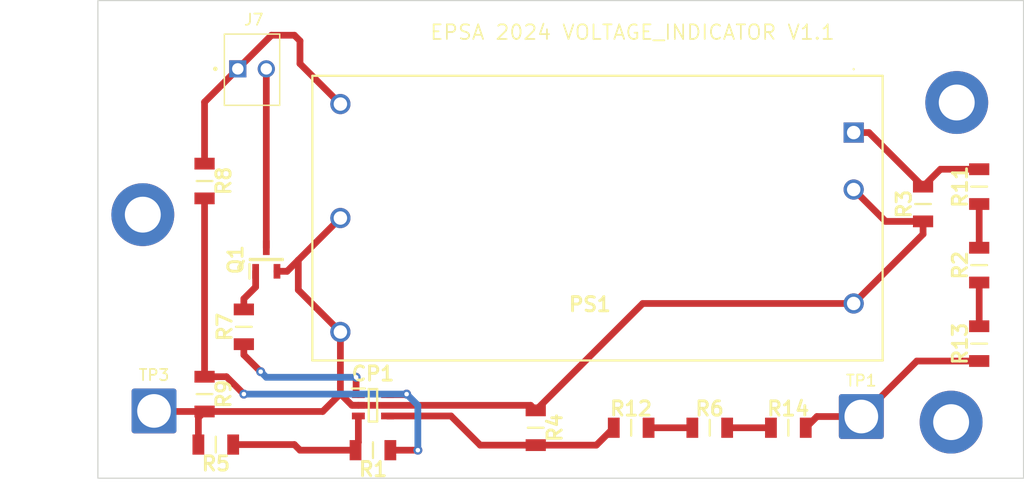
<source format=kicad_pcb>
(kicad_pcb (version 20240108) (generator "pcbnew") (generator_version "8.0")
  (layers (0 "F.Cu" signal) (31 "B.Cu" signal) (34 "B.Paste" user) (35 "F.Paste" user) (36 "B.SilkS" user "B.Silkscreen") (37 "F.SilkS" user "F.Silkscreen") (38 "B.Mask" user) (39 "F.Mask" user) (44 "Edge.Cuts" user))
  (net 0 "")
  (net 1 "Net-(CP1-OUT)")
  (net 2 "0")
  (net 3 "Net-(CP1-IN-)")
  (net 4 "Net-(CP1-IN+)")
  (net 5 "5V")
  (net 6 "/150V")
  (net 7 "12V")
  (net 8 "Net-(Q1-Pad1)")
  (net 9 "LED-")
  (net 10 "HV+")
  (net 11 "Net-(R11-Pad1)")
  (net 12 "Net-(R12-Pad2)")
  (net 13 "Net-(R13-Pad2)")
  (net 14 "Net-(R14-Pad1)")
  (footprint "EPSA_lib:RESC3216X70N" (layer "F.Cu") (at 150.5 126)
    (property "Reference" "R14" (at -0.011901 -1.701971 0) (layer "F.SilkS") (effects (font (size 1.27 1.27) (thickness 0.254))))
    (property "Value" "390k" (hide yes))
    (fp_line (start 0 -0.7) (end 0 0.7) (stroke (width 0.2)) (layer "F.SilkS"))
    (pad "1" smd rect (at -1.55 0) (size 1.05 1.8) (layers "F.Cu" "F.Paste" "F.Mask") (net 14 "Net-(R14-Pad1)"))
    (pad "2" smd rect (at 1.55 0) (size 1.05 1.8) (layers "F.Cu" "F.Paste" "F.Mask") (net 10 "HV+"))
  )
  (footprint "EPSA_lib:RESC3216X70N" (layer "F.Cu") (at 113.5 128 180)
    (property "Reference" "R1" (at -0.011901 -1.701971 180) (layer "F.SilkS") (effects (font (size 1.27 1.27) (thickness 0.254))))
    (property "Value" "18k" (hide yes))
    (fp_line (start 0 -0.7) (end 0 0.7) (stroke (width 0.2)) (layer "F.SilkS"))
    (pad "1" smd rect (at -1.55 0 180) (size 1.05 1.8) (layers "F.Cu" "F.Paste" "F.Mask") (net 5 "5V"))
    (pad "2" smd rect (at 1.55 0 180) (size 1.05 1.8) (layers "F.Cu" "F.Paste" "F.Mask") (net 3 "Net-(CP1-IN-)"))
  )
  (footprint "EPSA_lib:RESC3216X70N" (layer "F.Cu") (at 167.5 118.5 90)
    (property "Reference" "R13" (at -0.011901 -1.701971 270) (layer "F.SilkS") (effects (font (size 1.27 1.27) (thickness 0.254))))
    (property "Value" "390k" (hide yes))
    (fp_line (start 0 -0.7) (end 0 0.7) (stroke (width 0.2)) (layer "F.SilkS"))
    (pad "1" smd rect (at -1.55 0 90) (size 1.05 1.8) (layers "F.Cu" "F.Paste" "F.Mask") (net 10 "HV+"))
    (pad "2" smd rect (at 1.55 0 90) (size 1.05 1.8) (layers "F.Cu" "F.Paste" "F.Mask") (net 13 "Net-(R13-Pad2)"))
  )
  (footprint "EPSA_lib:MOLEX_22-11-2022" (layer "F.Cu") (at 101.46 94)
    (property "Reference" "J7" (at 1.425 -4.385 360) (layer "F.SilkS"))
    (property "Value" "2P Droit 2-11-2022")
    (fp_line (start -1.195 -3.1) (end 3.735 -3.1) (stroke (width 0.127)) (layer "F.SilkS"))
    (fp_line (start -1.195 3.25) (end -1.195 -3.1) (stroke (width 0.127)) (layer "F.SilkS"))
    (fp_line (start 3.735 -3.1) (end 3.735 3.25) (stroke (width 0.127)) (layer "F.SilkS"))
    (fp_line (start 3.735 3.25) (end -1.195 3.25) (stroke (width 0.127)) (layer "F.SilkS"))
    (fp_circle (center -2 0) (end -1.9 0) (stroke (width 0.2)) (fill none) (layer "F.SilkS"))
    (pad "1" thru_hole rect (at 0 0) (size 1.53 1.53) (drill 1.02) (layers "*.Cu" "*.Mask") (net 7 "12V"))
    (pad "2" thru_hole circle (at 2.54 0) (size 1.53 1.53) (drill 1.02) (layers "*.Cu" "*.Mask") (net 9 "LED-"))
  )
  (footprint "EPSA_lib:RESC3216X70N" (layer "F.Cu") (at 167.5 111.5 90)
    (property "Reference" "R2" (at -0.011901 -1.701971 270) (layer "F.SilkS") (effects (font (size 1.27 1.27) (thickness 0.254))))
    (property "Value" "390k" (hide yes))
    (fp_line (start 0 -0.7) (end 0 0.7) (stroke (width 0.2)) (layer "F.SilkS"))
    (pad "1" smd rect (at -1.55 0 90) (size 1.05 1.8) (layers "F.Cu" "F.Paste" "F.Mask") (net 13 "Net-(R13-Pad2)"))
    (pad "2" smd rect (at 1.55 0 90) (size 1.05 1.8) (layers "F.Cu" "F.Paste" "F.Mask") (net 11 "Net-(R11-Pad1)"))
  )
  (footprint "EPSA_lib:RESC3216X70N" (layer "F.Cu") (at 136.5 126)
    (property "Reference" "R12" (at -0.011901 -1.701971 0) (layer "F.SilkS") (effects (font (size 1.27 1.27) (thickness 0.254))))
    (property "Value" "390k" (hide yes))
    (fp_line (start 0 -0.7) (end 0 0.7) (stroke (width 0.2)) (layer "F.SilkS"))
    (pad "1" smd rect (at -1.55 0) (size 1.05 1.8) (layers "F.Cu" "F.Paste" "F.Mask") (net 4 "Net-(CP1-IN+)"))
    (pad "2" smd rect (at 1.55 0) (size 1.05 1.8) (layers "F.Cu" "F.Paste" "F.Mask") (net 12 "Net-(R12-Pad2)"))
  )
  (footprint "EPSA_lib:EC7BW1872S12" (layer "F.Cu") (at 140.82 130.18 180)
    (property "Reference" "PS1" (at 8 15.18 180) (layer "F.SilkS") (effects (font (size 1.27 1.27) (thickness 0.254))))
    (property "Value" "Alim HP EC7BW18-72S12" (hide yes))
    (fp_line (start 32.72 35.56) (end 32.72 10.18) (stroke (width 0.2)) (layer "F.SilkS"))
    (fp_line (start 32.72 10.18) (end -18.08 10.18) (stroke (width 0.2)) (layer "F.SilkS"))
    (fp_line (start -15.5 36.2) (end -15.5 36.2) (stroke (width 0.1)) (layer "F.SilkS"))
    (fp_line (start -15.5 36.1) (end -15.5 36.1) (stroke (width 0.1)) (layer "F.SilkS"))
    (fp_line (start -18.08 35.56) (end 32.72 35.56) (stroke (width 0.2)) (layer "F.SilkS"))
    (fp_line (start -18.08 10.18) (end -18.08 35.56) (stroke (width 0.2)) (layer "F.SilkS"))
    (fp_arc (start -15.5 36.2) (mid -15.55 36.15) (end -15.5 36.1) (stroke (width 0.1)) (layer "F.SilkS"))
    (fp_arc (start -15.5 36.1) (mid -15.45 36.15) (end -15.5 36.2) (stroke (width 0.1)) (layer "F.SilkS"))
    (pad "1" thru_hole rect (at -15.5 30.5 270) (size 1.8 1.8) (drill 1.2) (layers "*.Cu" "*.Mask") (net 6 "/150V"))
    (pad "2" thru_hole circle (at -15.5 25.42 270) (size 1.8 1.8) (drill 1.2) (layers "*.Cu" "*.Mask") (net 2 "0"))
    (pad "3" thru_hole circle (at 30.22 33.04 270) (size 1.8 1.8) (drill 1.2) (layers "*.Cu" "*.Mask") (net 7 "12V"))
    (pad "4" thru_hole circle (at 30.22 12.72 270) (size 1.8 1.8) (drill 1.2) (layers "*.Cu" "*.Mask") (net 2 "0"))
    (pad "5" thru_hole circle (at 30.22 22.88 270) (size 1.8 1.8) (drill 1.2) (layers "*.Cu" "*.Mask") (net 2 "0"))
    (pad "6" thru_hole circle (at -15.5 15.26 270) (size 1.8 1.8) (drill 1.2) (layers "*.Cu" "*.Mask") (net 2 "0"))
  )
  (footprint "EPSA_lib:RESC3216X70N" (layer "F.Cu") (at 162.5 106.05 90)
    (property "Reference" "R3" (at -0.011901 -1.701971 270) (layer "F.SilkS") (effects (font (size 1.27 1.27) (thickness 0.254))))
    (property "Value" "390k" (hide yes))
    (fp_line (start 0 -0.7) (end 0 0.7) (stroke (width 0.2)) (layer "F.SilkS"))
    (pad "1" smd rect (at -1.55 0 90) (size 1.05 1.8) (layers "F.Cu" "F.Paste" "F.Mask") (net 2 "0"))
    (pad "2" smd rect (at 1.55 0 90) (size 1.05 1.8) (layers "F.Cu" "F.Paste" "F.Mask") (net 6 "/150V"))
  )
  (footprint "EPSA_lib:RESC3216X70N" (layer "F.Cu") (at 98.5 104 -90)
    (property "Reference" "R8" (at -0.011901 -1.701971 90) (layer "F.SilkS") (effects (font (size 1.27 1.27) (thickness 0.254))))
    (property "Value" "5k6" (hide yes))
    (fp_line (start 0 -0.7) (end 0 0.7) (stroke (width 0.2)) (layer "F.SilkS"))
    (pad "1" smd rect (at -1.55 0 270) (size 1.05 1.8) (layers "F.Cu" "F.Paste" "F.Mask") (net 7 "12V"))
    (pad "2" smd rect (at 1.55 0 270) (size 1.05 1.8) (layers "F.Cu" "F.Paste" "F.Mask") (net 5 "5V"))
  )
  (footprint "" (layer "F.Cu") (at 93 107)
    (property "Reference" "" (at 0 0 0) (layer "F.SilkS") (effects (font (size 1.27 1.27))))
    (property "Value" "" (at 0 0 0) (layer "F.SilkS") (effects (font (size 1.27 1.27))))
    (pad "1" thru_hole circle (at 0 0) (size 5.6 5.6) (drill 3.2) (layers "*.Cu" "*.Mask"))
  )
  (footprint "EPSA_lib:SOT95P237X112-3N" (layer "F.Cu") (at 104 111 90)
    (property "Reference" "Q1" (at -0.013584 -2.730562 270) (layer "F.SilkS") (effects (font (size 1.27 1.27) (thickness 0.254))))
    (property "Value" "NMOS SQ2348ES-T1_GE3" (hide yes))
    (fp_line (start -1.7 -1.5) (end -0.4 -1.5) (stroke (width 0.2)) (layer "F.SilkS"))
    (fp_line (start 0.05 -1.46) (end 0.05 1.46) (stroke (width 0.2)) (layer "F.SilkS"))
    (fp_line (start -0.05 -1.46) (end 0.05 -1.46) (stroke (width 0.2)) (layer "F.SilkS"))
    (fp_line (start 0.05 1.46) (end -0.05 1.46) (stroke (width 0.2)) (layer "F.SilkS"))
    (fp_line (start -0.05 1.46) (end -0.05 -1.46) (stroke (width 0.2)) (layer "F.SilkS"))
    (pad "1" smd rect (at -1.05 -0.95 180) (size 0.6 1.3) (layers "F.Cu" "F.Paste" "F.Mask") (net 8 "Net-(Q1-Pad1)"))
    (pad "2" smd rect (at -1.05 0.95 180) (size 0.6 1.3) (layers "F.Cu" "F.Paste" "F.Mask") (net 2 "0"))
    (pad "3" smd rect (at 1.05 0 180) (size 0.6 1.3) (layers "F.Cu" "F.Paste" "F.Mask") (net 9 "LED-"))
  )
  (footprint "EPSA_lib:RESC3216X70N" (layer "F.Cu") (at 128 126 -90)
    (property "Reference" "R4" (at -0.011901 -1.701971 90) (layer "F.SilkS") (effects (font (size 1.27 1.27) (thickness 0.254))))
    (property "Value" "10k" (hide yes))
    (fp_line (start 0 -0.7) (end 0 0.7) (stroke (width 0.2)) (layer "F.SilkS"))
    (pad "1" smd rect (at -1.55 0 270) (size 1.05 1.8) (layers "F.Cu" "F.Paste" "F.Mask") (net 2 "0"))
    (pad "2" smd rect (at 1.55 0 270) (size 1.05 1.8) (layers "F.Cu" "F.Paste" "F.Mask") (net 4 "Net-(CP1-IN+)"))
  )
  (footprint "Connector_Wire:SolderWire-2.5sqmm_1x01_D2.4mm_OD3.6mm" (layer "F.Cu") (at 157 125)
    (property "Reference" "TP1" (at 0 -3.2 0) (layer "F.SilkS"))
    (property "Value" "type=\"R\" model=\"TestPoint\" lib=\"\"")
    (pad "1" thru_hole roundrect (at 0 0) (size 4 4) (drill 3) (layers "*.Cu" "*.Mask") (roundrect_rratio 0.0625) (net 10 "HV+"))
  )
  (footprint "EPSA_lib:RESC3216X70N" (layer "F.Cu") (at 143.5 126)
    (property "Reference" "R6" (at -0.011901 -1.701971 0) (layer "F.SilkS") (effects (font (size 1.27 1.27) (thickness 0.254))))
    (property "Value" "390k" (hide yes))
    (fp_line (start 0 -0.7) (end 0 0.7) (stroke (width 0.2)) (layer "F.SilkS"))
    (pad "1" smd rect (at -1.55 0) (size 1.05 1.8) (layers "F.Cu" "F.Paste" "F.Mask") (net 12 "Net-(R12-Pad2)"))
    (pad "2" smd rect (at 1.55 0) (size 1.05 1.8) (layers "F.Cu" "F.Paste" "F.Mask") (net 14 "Net-(R14-Pad1)"))
  )
  (footprint "" (layer "F.Cu") (at 165.5 97)
    (property "Reference" "" (at 0 0 0) (layer "F.SilkS") (effects (font (size 1.27 1.27))))
    (property "Value" "" (at 0 0 0) (layer "F.SilkS") (effects (font (size 1.27 1.27))))
    (pad "1" thru_hole circle (at 0 0) (size 5.6 5.6) (drill 3.2) (layers "*.Cu" "*.Mask"))
  )
  (footprint "EPSA_lib:RESC3216X70N" (layer "F.Cu") (at 99.5 127.5 180)
    (property "Reference" "R5" (at -0.011901 -1.701971 180) (layer "F.SilkS") (effects (font (size 1.27 1.27) (thickness 0.254))))
    (property "Value" "2k" (hide yes))
    (fp_line (start 0 -0.7) (end 0 0.7) (stroke (width 0.2)) (layer "F.SilkS"))
    (pad "1" smd rect (at -1.55 0 180) (size 1.05 1.8) (layers "F.Cu" "F.Paste" "F.Mask") (net 3 "Net-(CP1-IN-)"))
    (pad "2" smd rect (at 1.55 0 180) (size 1.05 1.8) (layers "F.Cu" "F.Paste" "F.Mask") (net 2 "0"))
  )
  (footprint "EPSA_lib:RESC3216X70N" (layer "F.Cu") (at 167.5 104.5 90)
    (property "Reference" "R11" (at -0.011901 -1.701971 270) (layer "F.SilkS") (effects (font (size 1.27 1.27) (thickness 0.254))))
    (property "Value" "390k" (hide yes))
    (fp_line (start 0 -0.7) (end 0 0.7) (stroke (width 0.2)) (layer "F.SilkS"))
    (pad "1" smd rect (at -1.55 0 90) (size 1.05 1.8) (layers "F.Cu" "F.Paste" "F.Mask") (net 11 "Net-(R11-Pad1)"))
    (pad "2" smd rect (at 1.55 0 90) (size 1.05 1.8) (layers "F.Cu" "F.Paste" "F.Mask") (net 6 "/150V"))
  )
  (footprint "Connector_Wire:SolderWire-2.5sqmm_1x01_D2.4mm_OD3.6mm" (layer "F.Cu") (at 94 124.5)
    (property "Reference" "TP3" (at 0 -3.2 360) (layer "F.SilkS"))
    (property "Value" "type=\"R\" model=\"TestPoint\" lib=\"\"")
    (pad "1" thru_hole roundrect (at 0 0) (size 4 4) (drill 3) (layers "*.Cu" "*.Mask") (roundrect_rratio 0.0625) (net 2 "0"))
  )
  (footprint "" (layer "F.Cu") (at 165 125.5)
    (property "Reference" "" (at 0 0 0) (layer "F.SilkS") (effects (font (size 1.27 1.27))))
    (property "Value" "" (at 0 0 0) (layer "F.SilkS") (effects (font (size 1.27 1.27))))
    (pad "1" thru_hole circle (at 0 0) (size 5.6 5.6) (drill 3.2) (layers "*.Cu" "*.Mask"))
  )
  (footprint "EPSA_lib:RESC3216X70N" (layer "F.Cu") (at 102 117 90)
    (property "Reference" "R7" (at -0.011901 -1.701971 270) (layer "F.SilkS") (effects (font (size 1.27 1.27) (thickness 0.254))))
    (property "Value" "1k" (hide yes))
    (fp_line (start 0 -0.7) (end 0 0.7) (stroke (width 0.2)) (layer "F.SilkS"))
    (pad "1" smd rect (at -1.55 0 90) (size 1.05 1.8) (layers "F.Cu" "F.Paste" "F.Mask") (net 1 "Net-(CP1-OUT)"))
    (pad "2" smd rect (at 1.55 0 90) (size 1.05 1.8) (layers "F.Cu" "F.Paste" "F.Mask") (net 8 "Net-(Q1-Pad1)"))
  )
  (footprint "EPSA_lib:SOT95P280X145-5N" (layer "F.Cu") (at 113.5 124)
    (property "Reference" "CP1" (at 0 -2.821039 360) (layer "F.SilkS") (effects (font (size 1.27 1.27) (thickness 0.254))))
    (property "Value" "Comparateur TS391ILT" (hide yes))
    (fp_line (start -1.875 -1.5) (end -0.725 -1.5) (stroke (width 0.2)) (layer "F.SilkS"))
    (fp_line (start -0.375 -1.45) (end 0.375 -1.45) (stroke (width 0.2)) (layer "F.SilkS"))
    (fp_line (start -0.375 1.45) (end -0.375 -1.45) (stroke (width 0.2)) (layer "F.SilkS"))
    (fp_line (start 0.375 -1.45) (end 0.375 1.45) (stroke (width 0.2)) (layer "F.SilkS"))
    (fp_line (start 0.375 1.45) (end -0.375 1.45) (stroke (width 0.2)) (layer "F.SilkS"))
    (pad "1" smd rect (at -1.3 -0.95 90) (size 0.6 1.15) (layers "F.Cu" "F.Paste" "F.Mask") (net 1 "Net-(CP1-OUT)"))
    (pad "2" smd rect (at -1.3 0 90) (size 0.6 1.15) (layers "F.Cu" "F.Paste" "F.Mask") (net 2 "0"))
    (pad "3" smd rect (at -1.3 0.95 90) (size 0.6 1.15) (layers "F.Cu" "F.Paste" "F.Mask") (net 3 "Net-(CP1-IN-)"))
    (pad "4" smd rect (at 1.3 0.95 90) (size 0.6 1.15) (layers "F.Cu" "F.Paste" "F.Mask") (net 4 "Net-(CP1-IN+)"))
    (pad "5" smd rect (at 1.3 -0.95 90) (size 0.6 1.15) (layers "F.Cu" "F.Paste" "F.Mask") (net 5 "5V"))
  )
  (footprint "EPSA_lib:RESC3216X70N" (layer "F.Cu") (at 98.5 123 -90)
    (property "Reference" "R9" (at -0.011901 -1.701971 90) (layer "F.SilkS") (effects (font (size 1.27 1.27) (thickness 0.254))))
    (property "Value" "3k9" (hide yes))
    (fp_line (start 0 -0.7) (end 0 0.7) (stroke (width 0.2)) (layer "F.SilkS"))
    (pad "1" smd rect (at -1.55 0 270) (size 1.05 1.8) (layers "F.Cu" "F.Paste" "F.Mask") (net 5 "5V"))
    (pad "2" smd rect (at 1.55 0 270) (size 1.05 1.8) (layers "F.Cu" "F.Paste" "F.Mask") (net 2 "0"))
  )
  (gr_rect (start 89 87.91) (end 171.45 130.5) (stroke (width 0.1)) (fill none) (layer "Edge.Cuts"))
  (gr_text "EPSA 2024 VOLTAGE_INDICATOR V1.1" (at 118.5 91.5 0) (layer "F.SilkS") (effects (font (size 1.3 1.3)) (justify left bottom)))
  (segment (start 102 118.55) (end 102 119.5) (width 0.6) (layer "F.Cu") (net 1))
  (segment (start 112 122.85) (end 112.2 123.05) (width 0.6) (layer "F.Cu") (net 1))
  (segment (start 102 119.5) (end 103.5 121) (width 0.6) (layer "F.Cu") (net 1))
  (segment (start 112 121.5) (end 112 122.85) (width 0.6) (layer "F.Cu") (net 1))
  (via (at 112 121.5) (size 0.8) (drill 0.4) (layers "F.Cu" "B.Cu") (net 1))
  (via (at 103.5 121) (size 0.8) (drill 0.4) (layers "F.Cu" "B.Cu") (net 1))
  (segment (start 103.5 121) (end 104 121.5) (width 0.6) (layer "B.Cu") (net 1))
  (segment (start 104 121.5) (end 112 121.5) (width 0.6) (layer "B.Cu") (net 1))
  (segment (start 106.85 113.71) (end 110.6 117.46) (width 0.6) (layer "F.Cu") (net 2))
  (segment (start 94.05 124.55) (end 94 124.5) (width 0.6) (layer "F.Cu") (net 2))
  (segment (start 110.6 122.975) (end 111.625 124) (width 0.6) (layer "F.Cu") (net 2))
  (segment (start 137.53 114.92) (end 128 124.45) (width 0.6) (layer "F.Cu") (net 2))
  (segment (start 98.5 124.55) (end 94.05 124.55) (width 0.6) (layer "F.Cu") (net 2))
  (segment (start 156.32 114.92) (end 137.53 114.92) (width 0.6) (layer "F.Cu") (net 2))
  (segment (start 98.5 124.55) (end 109.025 124.55) (width 0.6) (layer "F.Cu") (net 2))
  (segment (start 156.32 104.76) (end 159.16 107.6) (width 0.6) (layer "F.Cu") (net 2))
  (segment (start 104.95 112.05) (end 105.85 112.05) (width 0.6) (layer "F.Cu") (net 2))
  (segment (start 110.6 117.46) (end 110.6 122.975) (width 0.6) (layer "F.Cu") (net 2))
  (segment (start 159.16 107.6) (end 162.5 107.6) (width 0.6) (layer "F.Cu") (net 2))
  (segment (start 162.5 108.74) (end 156.32 114.92) (width 0.6) (layer "F.Cu") (net 2))
  (segment (start 106.85 111.05) (end 110.6 107.3) (width 0.6) (layer "F.Cu") (net 2))
  (segment (start 162.5 107.6) (end 162.5 108.74) (width 0.6) (layer "F.Cu") (net 2))
  (segment (start 97.95 125.1) (end 98.5 124.55) (width 0.6) (layer "F.Cu") (net 2))
  (segment (start 105.85 112.05) (end 106.85 111.05) (width 0.6) (layer "F.Cu") (net 2))
  (segment (start 97.95 127.5) (end 97.95 125.1) (width 0.6) (layer "F.Cu") (net 2))
  (segment (start 109.025 124.55) (end 110.6 122.975) (width 0.6) (layer "F.Cu") (net 2))
  (segment (start 111.625 124) (end 112.2 124) (width 0.6) (layer "F.Cu") (net 2))
  (segment (start 106.85 111.05) (end 106.85 113.71) (width 0.6) (layer "F.Cu") (net 2))
  (segment (start 112.2 124) (end 127.55 124) (width 0.6) (layer "F.Cu") (net 2))
  (segment (start 127.55 124) (end 128 124.45) (width 0.6) (layer "F.Cu") (net 2))
  (segment (start 106.5 127.5) (end 101.05 127.5) (width 0.6) (layer "F.Cu") (net 3))
  (segment (start 111.95 128) (end 107 128) (width 0.6) (layer "F.Cu") (net 3))
  (segment (start 111.95 128) (end 111.95 127.55) (width 0.6) (layer "F.Cu") (net 3))
  (segment (start 111.95 127.55) (end 112.2 127.3) (width 0.6) (layer "F.Cu") (net 3))
  (segment (start 107 128) (end 106.5 127.5) (width 0.6) (layer "F.Cu") (net 3))
  (segment (start 112.2 127.3) (end 112.2 124.95) (width 0.6) (layer "F.Cu") (net 3))
  (segment (start 120.45 124.95) (end 114.8 124.95) (width 0.6) (layer "F.Cu") (net 4))
  (segment (start 123.05 127.55) (end 120.45 124.95) (width 0.6) (layer "F.Cu") (net 4))
  (segment (start 128 127.55) (end 123.05 127.55) (width 0.6) (layer "F.Cu") (net 4))
  (segment (start 128 127.55) (end 133.4 127.55) (width 0.6) (layer "F.Cu") (net 4))
  (segment (start 133.4 127.55) (end 134.95 126) (width 0.6) (layer "F.Cu") (net 4))
  (segment (start 100.45 121.45) (end 102 123) (width 0.6) (layer "F.Cu") (net 5))
  (segment (start 98.5 121.45) (end 100.45 121.45) (width 0.6) (layer "F.Cu") (net 5))
  (segment (start 117.5 128) (end 115.05 128) (width 0.6) (layer "F.Cu") (net 5))
  (segment (start 116.45 123.05) (end 116.5 123) (width 0.6) (layer "F.Cu") (net 5))
  (segment (start 98.5 105.55) (end 98.5 121.45) (width 0.6) (layer "F.Cu") (net 5))
  (segment (start 114.8 123.05) (end 116.45 123.05) (width 0.6) (layer "F.Cu") (net 5))
  (via (at 102 123) (size 0.8) (drill 0.4) (layers "F.Cu" "B.Cu") (net 5))
  (via (at 117.5 128) (size 0.8) (drill 0.4) (layers "F.Cu" "B.Cu") (net 5))
  (via (at 116.5 123) (size 0.8) (drill 0.4) (layers "F.Cu" "B.Cu") (net 5))
  (segment (start 116.5 123) (end 102 123) (width 0.6) (layer "B.Cu") (net 5))
  (segment (start 117.5 124) (end 117.5 128) (width 0.6) (layer "B.Cu") (net 5))
  (segment (start 116.5 123) (end 117.5 124) (width 0.6) (layer "B.Cu") (net 5))
  (segment (start 164.05 102.95) (end 162.5 104.5) (width 0.6) (layer "F.Cu") (net 6))
  (segment (start 156.32 99.68) (end 157.68 99.68) (width 0.6) (layer "F.Cu") (net 6))
  (segment (start 157.68 99.68) (end 162.5 104.5) (width 0.6) (layer "F.Cu") (net 6))
  (segment (start 167.5 102.95) (end 164.05 102.95) (width 0.6) (layer "F.Cu") (net 6))
  (segment (start 98.5 96.96) (end 101.46 94) (width 0.6) (layer "F.Cu") (net 7))
  (segment (start 106.5 91) (end 104.46 91) (width 0.6) (layer "F.Cu") (net 7))
  (segment (start 107 91.5) (end 106.5 91) (width 0.6) (layer "F.Cu") (net 7))
  (segment (start 110.6 97.14) (end 107 93.54) (width 0.6) (layer "F.Cu") (net 7))
  (segment (start 98.5 102.45) (end 98.5 96.96) (width 0.6) (layer "F.Cu") (net 7))
  (segment (start 104.46 91) (end 101.46 94) (width 0.6) (layer "F.Cu") (net 7))
  (segment (start 107 93.54) (end 107 91.5) (width 0.6) (layer "F.Cu") (net 7))
  (segment (start 103.05 113.45) (end 103.05 112.05) (width 0.6) (layer "F.Cu") (net 8))
  (segment (start 102 115.45) (end 102 114.5) (width 0.6) (layer "F.Cu") (net 8))
  (segment (start 102 114.5) (end 103.05 113.45) (width 0.6) (layer "F.Cu") (net 8))
  (segment (start 104 109.95) (end 104 94) (width 0.6) (layer "F.Cu") (net 9))
  (segment (start 153.05 125) (end 152.05 126) (width 0.6) (layer "F.Cu") (net 10))
  (segment (start 167.5 120.05) (end 161.95 120.05) (width 0.6) (layer "F.Cu") (net 10))
  (segment (start 157 125) (end 153.05 125) (width 0.6) (layer "F.Cu") (net 10))
  (segment (start 161.95 120.05) (end 157 125) (width 0.6) (layer "F.Cu") (net 10))
  (segment (start 167.5 106.05) (end 167.5 109.95) (width 0.6) (layer "F.Cu") (net 11))
  (segment (start 141.95 126) (end 138.05 126) (width 0.6) (layer "F.Cu") (net 12))
  (segment (start 167.5 113.05) (end 167.5 116.95) (width 0.6) (layer "F.Cu") (net 13))
  (segment (start 148.95 126) (end 145.05 126) (width 0.6) (layer "F.Cu") (net 14))
)
</source>
